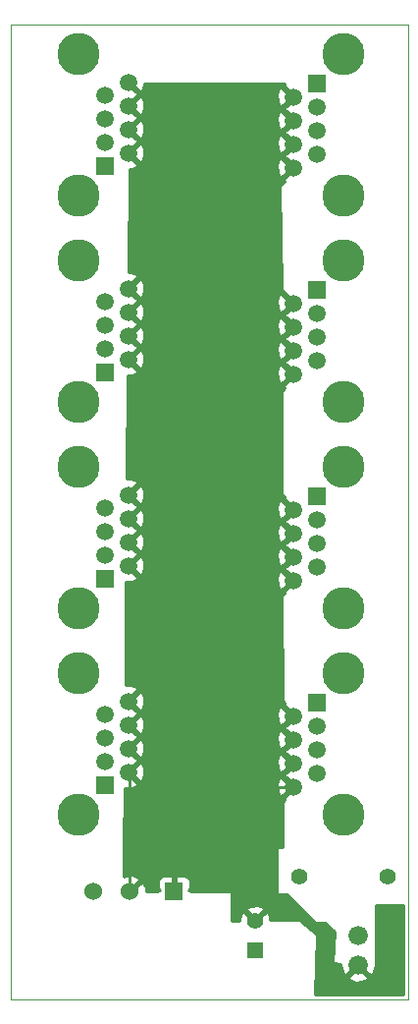
<source format=gtl>
G04 (created by PCBNEW (22-Jun-2014 BZR 4027)-stable) date Cts 25 Nis 2020 13:20:02 +03*
%MOIN*%
G04 Gerber Fmt 3.4, Leading zero omitted, Abs format*
%FSLAX34Y34*%
G01*
G70*
G90*
G04 APERTURE LIST*
%ADD10C,0.00590551*%
%ADD11C,0.00393701*%
%ADD12C,0.1437*%
%ADD13R,0.0591X0.0591*%
%ADD14C,0.0591*%
%ADD15C,0.055*%
%ADD16R,0.06X0.06*%
%ADD17C,0.06*%
%ADD18C,0.066*%
%ADD19R,0.055X0.055*%
%ADD20C,0.01*%
G04 APERTURE END LIST*
G54D10*
G54D11*
X8700Y-6600D02*
X8750Y-6600D01*
X8700Y-39650D02*
X8700Y-6600D01*
X22200Y-39650D02*
X8700Y-39650D01*
X22200Y-6600D02*
X22200Y-39650D01*
X8750Y-6600D02*
X22200Y-6600D01*
G54D12*
X11000Y-12400D03*
X11000Y-7600D03*
G54D13*
X11900Y-11400D03*
G54D14*
X12700Y-10950D03*
X11900Y-10600D03*
X12700Y-10150D03*
X11900Y-9800D03*
X12700Y-9350D03*
X11900Y-9000D03*
X12700Y-8550D03*
G54D12*
X11000Y-19400D03*
X11000Y-14600D03*
G54D13*
X11900Y-18400D03*
G54D14*
X12700Y-17950D03*
X11900Y-17600D03*
X12700Y-17150D03*
X11900Y-16800D03*
X12700Y-16350D03*
X11900Y-16000D03*
X12700Y-15550D03*
G54D12*
X11000Y-26400D03*
X11000Y-21600D03*
G54D13*
X11900Y-25400D03*
G54D14*
X12700Y-24950D03*
X11900Y-24600D03*
X12700Y-24150D03*
X11900Y-23800D03*
X12700Y-23350D03*
X11900Y-23000D03*
X12700Y-22550D03*
G54D12*
X11000Y-33400D03*
X11000Y-28600D03*
G54D13*
X11900Y-32400D03*
G54D14*
X12700Y-31950D03*
X11900Y-31600D03*
X12700Y-31150D03*
X11900Y-30800D03*
X12700Y-30350D03*
X11900Y-30000D03*
X12700Y-29550D03*
G54D12*
X20000Y-7600D03*
X20000Y-12400D03*
G54D13*
X19100Y-8600D03*
G54D14*
X18300Y-9050D03*
X19100Y-9400D03*
X18300Y-9850D03*
X19100Y-10200D03*
X18300Y-10650D03*
X19100Y-11000D03*
X18300Y-11450D03*
G54D12*
X20000Y-14600D03*
X20000Y-19400D03*
G54D13*
X19100Y-15600D03*
G54D14*
X18300Y-16050D03*
X19100Y-16400D03*
X18300Y-16850D03*
X19100Y-17200D03*
X18300Y-17650D03*
X19100Y-18000D03*
X18300Y-18450D03*
G54D12*
X20000Y-21600D03*
X20000Y-26400D03*
G54D13*
X19100Y-22600D03*
G54D14*
X18300Y-23050D03*
X19100Y-23400D03*
X18300Y-23850D03*
X19100Y-24200D03*
X18300Y-24650D03*
X19100Y-25000D03*
X18300Y-25450D03*
G54D12*
X20000Y-28600D03*
X20000Y-33400D03*
G54D13*
X19100Y-29600D03*
G54D14*
X18300Y-30050D03*
X19100Y-30400D03*
X18300Y-30850D03*
X19100Y-31200D03*
X18300Y-31650D03*
X19100Y-32000D03*
X18300Y-32450D03*
G54D15*
X18500Y-35500D03*
X21500Y-35500D03*
G54D16*
X14250Y-36000D03*
G54D17*
X12750Y-36000D03*
X11500Y-36000D03*
G54D18*
X20500Y-37500D03*
X20500Y-38500D03*
G54D19*
X17000Y-38000D03*
G54D15*
X17000Y-37000D03*
G54D20*
X14250Y-36000D02*
X14250Y-33900D01*
X15700Y-32450D02*
X18300Y-32450D01*
X14250Y-33900D02*
X15700Y-32450D01*
X12750Y-36000D02*
X12750Y-32000D01*
X12750Y-32000D02*
X12700Y-31950D01*
G54D10*
G36*
X22050Y-39500D02*
X20836Y-39500D01*
X20836Y-38907D01*
X20500Y-38570D01*
X20163Y-38907D01*
X20194Y-39006D01*
X20411Y-39084D01*
X20641Y-39074D01*
X20805Y-39006D01*
X20836Y-38907D01*
X20836Y-39500D01*
X19051Y-39500D01*
X19100Y-37478D01*
X18518Y-36949D01*
X17524Y-36970D01*
X17518Y-36867D01*
X17460Y-36727D01*
X17367Y-36702D01*
X17297Y-36773D01*
X17297Y-36632D01*
X17272Y-36539D01*
X17075Y-36470D01*
X16867Y-36481D01*
X16727Y-36539D01*
X16702Y-36632D01*
X17000Y-36929D01*
X17297Y-36632D01*
X17297Y-36773D01*
X17090Y-36979D01*
X16913Y-36983D01*
X16632Y-36702D01*
X16539Y-36727D01*
X16470Y-36924D01*
X16473Y-36993D01*
X16200Y-36998D01*
X16200Y-36000D01*
X14800Y-36000D01*
X14800Y-36000D01*
X14800Y-35949D01*
X14737Y-35949D01*
X14800Y-35887D01*
X14800Y-35749D01*
X14799Y-35650D01*
X14761Y-35558D01*
X14691Y-35487D01*
X14599Y-35449D01*
X14362Y-35450D01*
X14300Y-35512D01*
X14300Y-35950D01*
X14307Y-35950D01*
X14307Y-36000D01*
X14200Y-36000D01*
X14192Y-36000D01*
X14192Y-35950D01*
X14200Y-35950D01*
X14200Y-35512D01*
X14137Y-35450D01*
X13900Y-35449D01*
X13808Y-35487D01*
X13738Y-35558D01*
X13700Y-35650D01*
X13699Y-35749D01*
X13700Y-35887D01*
X13762Y-35949D01*
X13700Y-35949D01*
X13700Y-36000D01*
X13300Y-36000D01*
X13293Y-35863D01*
X13250Y-35758D01*
X13250Y-32030D01*
X13250Y-31230D01*
X13250Y-30430D01*
X13250Y-29630D01*
X13250Y-25030D01*
X13250Y-24230D01*
X13250Y-23430D01*
X13250Y-22630D01*
X13250Y-18030D01*
X13250Y-17230D01*
X13250Y-16430D01*
X13250Y-15630D01*
X13250Y-11030D01*
X13250Y-10230D01*
X13250Y-9430D01*
X13239Y-9213D01*
X13177Y-9064D01*
X13082Y-9038D01*
X12770Y-9350D01*
X13082Y-9661D01*
X13177Y-9635D01*
X13250Y-9430D01*
X13250Y-10230D01*
X13239Y-10013D01*
X13177Y-9864D01*
X13082Y-9838D01*
X12770Y-10150D01*
X13082Y-10461D01*
X13177Y-10435D01*
X13250Y-10230D01*
X13250Y-11030D01*
X13239Y-10813D01*
X13177Y-10664D01*
X13082Y-10638D01*
X12770Y-10950D01*
X13082Y-11261D01*
X13177Y-11235D01*
X13250Y-11030D01*
X13250Y-15630D01*
X13239Y-15413D01*
X13177Y-15264D01*
X13082Y-15238D01*
X12770Y-15550D01*
X13082Y-15861D01*
X13177Y-15835D01*
X13250Y-15630D01*
X13250Y-16430D01*
X13239Y-16213D01*
X13177Y-16064D01*
X13082Y-16038D01*
X12770Y-16350D01*
X13082Y-16661D01*
X13177Y-16635D01*
X13250Y-16430D01*
X13250Y-17230D01*
X13239Y-17013D01*
X13177Y-16864D01*
X13082Y-16838D01*
X12770Y-17150D01*
X13082Y-17461D01*
X13177Y-17435D01*
X13250Y-17230D01*
X13250Y-18030D01*
X13239Y-17813D01*
X13177Y-17664D01*
X13082Y-17638D01*
X12770Y-17950D01*
X13082Y-18261D01*
X13177Y-18235D01*
X13250Y-18030D01*
X13250Y-22630D01*
X13239Y-22413D01*
X13177Y-22264D01*
X13082Y-22238D01*
X12770Y-22550D01*
X13082Y-22861D01*
X13177Y-22835D01*
X13250Y-22630D01*
X13250Y-23430D01*
X13239Y-23213D01*
X13177Y-23064D01*
X13082Y-23038D01*
X12770Y-23350D01*
X13082Y-23661D01*
X13177Y-23635D01*
X13250Y-23430D01*
X13250Y-24230D01*
X13239Y-24013D01*
X13177Y-23864D01*
X13082Y-23838D01*
X12770Y-24150D01*
X13082Y-24461D01*
X13177Y-24435D01*
X13250Y-24230D01*
X13250Y-25030D01*
X13239Y-24813D01*
X13177Y-24664D01*
X13082Y-24638D01*
X12770Y-24950D01*
X13082Y-25261D01*
X13177Y-25235D01*
X13250Y-25030D01*
X13250Y-29630D01*
X13239Y-29413D01*
X13177Y-29264D01*
X13082Y-29238D01*
X12770Y-29550D01*
X13082Y-29861D01*
X13177Y-29835D01*
X13250Y-29630D01*
X13250Y-30430D01*
X13239Y-30213D01*
X13177Y-30064D01*
X13082Y-30038D01*
X12770Y-30350D01*
X13082Y-30661D01*
X13177Y-30635D01*
X13250Y-30430D01*
X13250Y-31230D01*
X13239Y-31013D01*
X13177Y-30864D01*
X13082Y-30838D01*
X12770Y-31150D01*
X13082Y-31461D01*
X13177Y-31435D01*
X13250Y-31230D01*
X13250Y-32030D01*
X13239Y-31813D01*
X13177Y-31664D01*
X13082Y-31638D01*
X12770Y-31950D01*
X13082Y-32261D01*
X13177Y-32235D01*
X13250Y-32030D01*
X13250Y-35758D01*
X13231Y-35712D01*
X13135Y-35684D01*
X12820Y-36000D01*
X12679Y-36000D01*
X12673Y-35994D01*
X12744Y-35923D01*
X12750Y-35929D01*
X13065Y-35614D01*
X13037Y-35518D01*
X12831Y-35445D01*
X12613Y-35456D01*
X12550Y-35482D01*
X12550Y-34500D01*
X12565Y-32481D01*
X12619Y-32500D01*
X12836Y-32489D01*
X12985Y-32427D01*
X13011Y-32332D01*
X12700Y-32020D01*
X12694Y-32026D01*
X12623Y-31955D01*
X12629Y-31950D01*
X12623Y-31944D01*
X12694Y-31873D01*
X12700Y-31879D01*
X12928Y-31651D01*
X12985Y-31627D01*
X12998Y-31581D01*
X13011Y-31567D01*
X13007Y-31550D01*
X13011Y-31532D01*
X12998Y-31518D01*
X12985Y-31472D01*
X12933Y-31454D01*
X12700Y-31220D01*
X12694Y-31226D01*
X12623Y-31155D01*
X12629Y-31150D01*
X12623Y-31144D01*
X12694Y-31073D01*
X12700Y-31079D01*
X12928Y-30851D01*
X12985Y-30827D01*
X12998Y-30781D01*
X13011Y-30767D01*
X13007Y-30750D01*
X13011Y-30732D01*
X12998Y-30718D01*
X12985Y-30672D01*
X12933Y-30654D01*
X12700Y-30420D01*
X12694Y-30426D01*
X12623Y-30355D01*
X12629Y-30350D01*
X12623Y-30344D01*
X12694Y-30273D01*
X12700Y-30279D01*
X12928Y-30051D01*
X12985Y-30027D01*
X12998Y-29981D01*
X13011Y-29967D01*
X13007Y-29950D01*
X13011Y-29932D01*
X12998Y-29918D01*
X12985Y-29872D01*
X12933Y-29854D01*
X12700Y-29620D01*
X12694Y-29626D01*
X12623Y-29555D01*
X12629Y-29550D01*
X12623Y-29544D01*
X12694Y-29473D01*
X12700Y-29479D01*
X13011Y-29167D01*
X12985Y-29072D01*
X12780Y-28999D01*
X12592Y-29009D01*
X12619Y-25500D01*
X12836Y-25489D01*
X12985Y-25427D01*
X13011Y-25332D01*
X12700Y-25020D01*
X12694Y-25026D01*
X12623Y-24955D01*
X12629Y-24950D01*
X12623Y-24944D01*
X12694Y-24873D01*
X12700Y-24879D01*
X12928Y-24651D01*
X12985Y-24627D01*
X12998Y-24581D01*
X13011Y-24567D01*
X13007Y-24550D01*
X13011Y-24532D01*
X12998Y-24518D01*
X12985Y-24472D01*
X12933Y-24454D01*
X12700Y-24220D01*
X12694Y-24226D01*
X12629Y-24161D01*
X12629Y-24138D01*
X12694Y-24073D01*
X12700Y-24079D01*
X12928Y-23851D01*
X12985Y-23827D01*
X12998Y-23781D01*
X13011Y-23767D01*
X13007Y-23750D01*
X13011Y-23732D01*
X12998Y-23718D01*
X12985Y-23672D01*
X12933Y-23654D01*
X12700Y-23420D01*
X12694Y-23426D01*
X12635Y-23367D01*
X12636Y-23332D01*
X12694Y-23273D01*
X12700Y-23279D01*
X12928Y-23051D01*
X12985Y-23027D01*
X12998Y-22981D01*
X13011Y-22967D01*
X13007Y-22950D01*
X13011Y-22932D01*
X12998Y-22918D01*
X12985Y-22872D01*
X12933Y-22854D01*
X12700Y-22620D01*
X12694Y-22626D01*
X12641Y-22573D01*
X12642Y-22525D01*
X12694Y-22473D01*
X12700Y-22479D01*
X13011Y-22167D01*
X12985Y-22072D01*
X12780Y-21999D01*
X12646Y-22006D01*
X12673Y-18497D01*
X12836Y-18489D01*
X12985Y-18427D01*
X13011Y-18332D01*
X12700Y-18020D01*
X12694Y-18026D01*
X12677Y-18008D01*
X12678Y-17890D01*
X12694Y-17873D01*
X12700Y-17879D01*
X12928Y-17651D01*
X12985Y-17627D01*
X12998Y-17581D01*
X13011Y-17567D01*
X13007Y-17550D01*
X13011Y-17532D01*
X12998Y-17518D01*
X12985Y-17472D01*
X12933Y-17454D01*
X12700Y-17220D01*
X12694Y-17226D01*
X12683Y-17215D01*
X12684Y-17083D01*
X12694Y-17073D01*
X12700Y-17079D01*
X12928Y-16851D01*
X12985Y-16827D01*
X12998Y-16781D01*
X13011Y-16767D01*
X13007Y-16750D01*
X13011Y-16732D01*
X12998Y-16718D01*
X12985Y-16672D01*
X12933Y-16654D01*
X12700Y-16420D01*
X12694Y-16426D01*
X12689Y-16421D01*
X12690Y-16277D01*
X12694Y-16273D01*
X12700Y-16279D01*
X12928Y-16051D01*
X12985Y-16027D01*
X12998Y-15981D01*
X13011Y-15967D01*
X13007Y-15950D01*
X13011Y-15932D01*
X12998Y-15918D01*
X12985Y-15872D01*
X12933Y-15854D01*
X12700Y-15620D01*
X12695Y-15625D01*
X12696Y-15475D01*
X12700Y-15479D01*
X13011Y-15167D01*
X12985Y-15072D01*
X12780Y-14999D01*
X12700Y-15003D01*
X12727Y-11494D01*
X12836Y-11489D01*
X12985Y-11427D01*
X13011Y-11332D01*
X12730Y-11051D01*
X12732Y-10846D01*
X12928Y-10651D01*
X12985Y-10627D01*
X12998Y-10581D01*
X13011Y-10567D01*
X13007Y-10550D01*
X13011Y-10532D01*
X12998Y-10518D01*
X12985Y-10472D01*
X12933Y-10454D01*
X12736Y-10257D01*
X12738Y-10040D01*
X12928Y-9851D01*
X12985Y-9827D01*
X12998Y-9781D01*
X13011Y-9767D01*
X13007Y-9750D01*
X13011Y-9732D01*
X12998Y-9718D01*
X12985Y-9672D01*
X12933Y-9654D01*
X12742Y-9463D01*
X12744Y-9234D01*
X12928Y-9051D01*
X12985Y-9027D01*
X12998Y-8981D01*
X13011Y-8967D01*
X13007Y-8950D01*
X13011Y-8932D01*
X12998Y-8918D01*
X12985Y-8872D01*
X12933Y-8854D01*
X12749Y-8669D01*
X12749Y-8600D01*
X12820Y-8600D01*
X13082Y-8861D01*
X13177Y-8835D01*
X13250Y-8630D01*
X13248Y-8600D01*
X18007Y-8600D01*
X17988Y-8667D01*
X18300Y-8979D01*
X18305Y-8973D01*
X18370Y-9061D01*
X18305Y-9126D01*
X18300Y-9120D01*
X18229Y-9191D01*
X18229Y-9050D01*
X17917Y-8738D01*
X17822Y-8764D01*
X17749Y-8969D01*
X17760Y-9186D01*
X17822Y-9335D01*
X17917Y-9361D01*
X18229Y-9050D01*
X18229Y-9191D01*
X18071Y-9348D01*
X18014Y-9372D01*
X18001Y-9418D01*
X17988Y-9432D01*
X17992Y-9450D01*
X17988Y-9467D01*
X18001Y-9481D01*
X18014Y-9527D01*
X18066Y-9545D01*
X18300Y-9779D01*
X18305Y-9773D01*
X18376Y-9844D01*
X18370Y-9850D01*
X18376Y-9855D01*
X18305Y-9926D01*
X18300Y-9920D01*
X18229Y-9991D01*
X18229Y-9850D01*
X17917Y-9538D01*
X17822Y-9564D01*
X17749Y-9769D01*
X17760Y-9986D01*
X17822Y-10135D01*
X17917Y-10161D01*
X18229Y-9850D01*
X18229Y-9991D01*
X18071Y-10148D01*
X18014Y-10172D01*
X18001Y-10218D01*
X17988Y-10232D01*
X17992Y-10250D01*
X17988Y-10267D01*
X18001Y-10281D01*
X18014Y-10327D01*
X18066Y-10345D01*
X18300Y-10579D01*
X18305Y-10573D01*
X18376Y-10644D01*
X18370Y-10650D01*
X18376Y-10655D01*
X18305Y-10726D01*
X18300Y-10720D01*
X18229Y-10791D01*
X18229Y-10650D01*
X17917Y-10338D01*
X17822Y-10364D01*
X17749Y-10569D01*
X17760Y-10786D01*
X17822Y-10935D01*
X17917Y-10961D01*
X18229Y-10650D01*
X18229Y-10791D01*
X18071Y-10948D01*
X18014Y-10972D01*
X18001Y-11018D01*
X17988Y-11032D01*
X17992Y-11050D01*
X17988Y-11067D01*
X18001Y-11081D01*
X18014Y-11127D01*
X18066Y-11145D01*
X18300Y-11379D01*
X18305Y-11373D01*
X18376Y-11444D01*
X18370Y-11450D01*
X18376Y-11455D01*
X18305Y-11526D01*
X18300Y-11520D01*
X18229Y-11591D01*
X18229Y-11450D01*
X17917Y-11138D01*
X17822Y-11164D01*
X17749Y-11369D01*
X17760Y-11586D01*
X17822Y-11735D01*
X17917Y-11761D01*
X18229Y-11450D01*
X18229Y-11591D01*
X17988Y-11832D01*
X18011Y-11917D01*
X17849Y-12079D01*
X17900Y-15572D01*
X17991Y-15655D01*
X17988Y-15667D01*
X18300Y-15979D01*
X18305Y-15973D01*
X18376Y-16044D01*
X18370Y-16050D01*
X18376Y-16055D01*
X18305Y-16126D01*
X18300Y-16120D01*
X18229Y-16191D01*
X18229Y-16050D01*
X17917Y-15738D01*
X17822Y-15764D01*
X17749Y-15969D01*
X17760Y-16186D01*
X17822Y-16335D01*
X17917Y-16361D01*
X18229Y-16050D01*
X18229Y-16191D01*
X18071Y-16348D01*
X18014Y-16372D01*
X18001Y-16418D01*
X17988Y-16432D01*
X17992Y-16450D01*
X17988Y-16467D01*
X18001Y-16481D01*
X18014Y-16527D01*
X18066Y-16545D01*
X18300Y-16779D01*
X18305Y-16773D01*
X18376Y-16844D01*
X18370Y-16850D01*
X18376Y-16855D01*
X18305Y-16926D01*
X18300Y-16920D01*
X18229Y-16991D01*
X18229Y-16850D01*
X17917Y-16538D01*
X17822Y-16564D01*
X17749Y-16769D01*
X17760Y-16986D01*
X17822Y-17135D01*
X17917Y-17161D01*
X18229Y-16850D01*
X18229Y-16991D01*
X18071Y-17148D01*
X18014Y-17172D01*
X18001Y-17218D01*
X17988Y-17232D01*
X17992Y-17250D01*
X17988Y-17267D01*
X18001Y-17281D01*
X18014Y-17327D01*
X18066Y-17345D01*
X18300Y-17579D01*
X18305Y-17573D01*
X18376Y-17644D01*
X18370Y-17650D01*
X18376Y-17655D01*
X18305Y-17726D01*
X18300Y-17720D01*
X18229Y-17791D01*
X18229Y-17650D01*
X17917Y-17338D01*
X17822Y-17364D01*
X17749Y-17569D01*
X17760Y-17786D01*
X17822Y-17935D01*
X17917Y-17961D01*
X18229Y-17650D01*
X18229Y-17791D01*
X18071Y-17948D01*
X18014Y-17972D01*
X18001Y-18018D01*
X17988Y-18032D01*
X17992Y-18050D01*
X17988Y-18067D01*
X18001Y-18081D01*
X18014Y-18127D01*
X18066Y-18145D01*
X18300Y-18379D01*
X18305Y-18373D01*
X18376Y-18444D01*
X18370Y-18450D01*
X18376Y-18455D01*
X18305Y-18526D01*
X18300Y-18520D01*
X18229Y-18591D01*
X18229Y-18450D01*
X17917Y-18138D01*
X17822Y-18164D01*
X17749Y-18369D01*
X17760Y-18586D01*
X17822Y-18735D01*
X17917Y-18761D01*
X18229Y-18450D01*
X18229Y-18591D01*
X17988Y-18832D01*
X18014Y-18925D01*
X17900Y-19027D01*
X17900Y-22523D01*
X18004Y-22609D01*
X17988Y-22667D01*
X18300Y-22979D01*
X18305Y-22973D01*
X18376Y-23044D01*
X18370Y-23050D01*
X18376Y-23055D01*
X18305Y-23126D01*
X18300Y-23120D01*
X18229Y-23191D01*
X18229Y-23050D01*
X17917Y-22738D01*
X17822Y-22764D01*
X17749Y-22969D01*
X17760Y-23186D01*
X17822Y-23335D01*
X17917Y-23361D01*
X18229Y-23050D01*
X18229Y-23191D01*
X18071Y-23348D01*
X18014Y-23372D01*
X18001Y-23418D01*
X17988Y-23432D01*
X17992Y-23450D01*
X17988Y-23467D01*
X18001Y-23481D01*
X18014Y-23527D01*
X18066Y-23545D01*
X18300Y-23779D01*
X18305Y-23773D01*
X18376Y-23844D01*
X18370Y-23850D01*
X18376Y-23855D01*
X18305Y-23926D01*
X18300Y-23920D01*
X18229Y-23991D01*
X18229Y-23850D01*
X17917Y-23538D01*
X17822Y-23564D01*
X17749Y-23769D01*
X17760Y-23986D01*
X17822Y-24135D01*
X17917Y-24161D01*
X18229Y-23850D01*
X18229Y-23991D01*
X18071Y-24148D01*
X18014Y-24172D01*
X18001Y-24218D01*
X17988Y-24232D01*
X17992Y-24250D01*
X17988Y-24267D01*
X18001Y-24281D01*
X18014Y-24327D01*
X18066Y-24345D01*
X18300Y-24579D01*
X18305Y-24573D01*
X18376Y-24644D01*
X18370Y-24650D01*
X18376Y-24655D01*
X18305Y-24726D01*
X18300Y-24720D01*
X18229Y-24791D01*
X18229Y-24650D01*
X17917Y-24338D01*
X17822Y-24364D01*
X17749Y-24569D01*
X17760Y-24786D01*
X17822Y-24935D01*
X17917Y-24961D01*
X18229Y-24650D01*
X18229Y-24791D01*
X18071Y-24948D01*
X18014Y-24972D01*
X18001Y-25018D01*
X17988Y-25032D01*
X17992Y-25050D01*
X17988Y-25067D01*
X18001Y-25081D01*
X18014Y-25127D01*
X18066Y-25145D01*
X18300Y-25379D01*
X18305Y-25373D01*
X18376Y-25444D01*
X18370Y-25450D01*
X18376Y-25455D01*
X18305Y-25526D01*
X18300Y-25520D01*
X18229Y-25591D01*
X18229Y-25450D01*
X17917Y-25138D01*
X17822Y-25164D01*
X17749Y-25369D01*
X17760Y-25586D01*
X17822Y-25735D01*
X17917Y-25761D01*
X18229Y-25450D01*
X18229Y-25591D01*
X17988Y-25832D01*
X18004Y-25890D01*
X17899Y-25976D01*
X17950Y-29521D01*
X18011Y-29582D01*
X17988Y-29667D01*
X18300Y-29979D01*
X18305Y-29973D01*
X18376Y-30044D01*
X18370Y-30050D01*
X18376Y-30055D01*
X18305Y-30126D01*
X18300Y-30120D01*
X18229Y-30191D01*
X18229Y-30050D01*
X17917Y-29738D01*
X17822Y-29764D01*
X17749Y-29969D01*
X17760Y-30186D01*
X17822Y-30335D01*
X17917Y-30361D01*
X18229Y-30050D01*
X18229Y-30191D01*
X18071Y-30348D01*
X18014Y-30372D01*
X18001Y-30418D01*
X17988Y-30432D01*
X17992Y-30450D01*
X17988Y-30467D01*
X18001Y-30481D01*
X18014Y-30527D01*
X18066Y-30545D01*
X18300Y-30779D01*
X18305Y-30773D01*
X18376Y-30844D01*
X18370Y-30850D01*
X18376Y-30855D01*
X18305Y-30926D01*
X18300Y-30920D01*
X18229Y-30991D01*
X18229Y-30850D01*
X17917Y-30538D01*
X17822Y-30564D01*
X17749Y-30769D01*
X17760Y-30986D01*
X17822Y-31135D01*
X17917Y-31161D01*
X18229Y-30850D01*
X18229Y-30991D01*
X18071Y-31148D01*
X18014Y-31172D01*
X18001Y-31218D01*
X17988Y-31232D01*
X17992Y-31250D01*
X17988Y-31267D01*
X18001Y-31281D01*
X18014Y-31327D01*
X18066Y-31345D01*
X18300Y-31579D01*
X18305Y-31573D01*
X18376Y-31644D01*
X18370Y-31650D01*
X18376Y-31655D01*
X18305Y-31726D01*
X18300Y-31720D01*
X18229Y-31791D01*
X18229Y-31650D01*
X17917Y-31338D01*
X17822Y-31364D01*
X17749Y-31569D01*
X17760Y-31786D01*
X17822Y-31935D01*
X17917Y-31961D01*
X18229Y-31650D01*
X18229Y-31791D01*
X18071Y-31948D01*
X18014Y-31972D01*
X18001Y-32018D01*
X17988Y-32032D01*
X17992Y-32050D01*
X17988Y-32067D01*
X18001Y-32081D01*
X18014Y-32127D01*
X18066Y-32145D01*
X18300Y-32379D01*
X18305Y-32373D01*
X18376Y-32444D01*
X18370Y-32450D01*
X18376Y-32455D01*
X18305Y-32526D01*
X18300Y-32520D01*
X18229Y-32591D01*
X18229Y-32450D01*
X17917Y-32138D01*
X17822Y-32164D01*
X17749Y-32369D01*
X17760Y-32586D01*
X17822Y-32735D01*
X17917Y-32761D01*
X18229Y-32450D01*
X18229Y-32591D01*
X17988Y-32832D01*
X18010Y-32913D01*
X17950Y-32980D01*
X17950Y-34499D01*
X17750Y-34497D01*
X17750Y-36100D01*
X18079Y-36100D01*
X19029Y-37050D01*
X19379Y-37050D01*
X19699Y-37369D01*
X19647Y-38446D01*
X19917Y-38466D01*
X19925Y-38641D01*
X19993Y-38805D01*
X20092Y-38836D01*
X20425Y-38503D01*
X20586Y-38515D01*
X20907Y-38836D01*
X21006Y-38805D01*
X21084Y-38588D01*
X21082Y-38552D01*
X21100Y-38553D01*
X21100Y-36450D01*
X22050Y-36450D01*
X22050Y-39500D01*
X22050Y-39500D01*
G37*
G54D20*
X22050Y-39500D02*
X20836Y-39500D01*
X20836Y-38907D01*
X20500Y-38570D01*
X20163Y-38907D01*
X20194Y-39006D01*
X20411Y-39084D01*
X20641Y-39074D01*
X20805Y-39006D01*
X20836Y-38907D01*
X20836Y-39500D01*
X19051Y-39500D01*
X19100Y-37478D01*
X18518Y-36949D01*
X17524Y-36970D01*
X17518Y-36867D01*
X17460Y-36727D01*
X17367Y-36702D01*
X17297Y-36773D01*
X17297Y-36632D01*
X17272Y-36539D01*
X17075Y-36470D01*
X16867Y-36481D01*
X16727Y-36539D01*
X16702Y-36632D01*
X17000Y-36929D01*
X17297Y-36632D01*
X17297Y-36773D01*
X17090Y-36979D01*
X16913Y-36983D01*
X16632Y-36702D01*
X16539Y-36727D01*
X16470Y-36924D01*
X16473Y-36993D01*
X16200Y-36998D01*
X16200Y-36000D01*
X14800Y-36000D01*
X14800Y-36000D01*
X14800Y-35949D01*
X14737Y-35949D01*
X14800Y-35887D01*
X14800Y-35749D01*
X14799Y-35650D01*
X14761Y-35558D01*
X14691Y-35487D01*
X14599Y-35449D01*
X14362Y-35450D01*
X14300Y-35512D01*
X14300Y-35950D01*
X14307Y-35950D01*
X14307Y-36000D01*
X14200Y-36000D01*
X14192Y-36000D01*
X14192Y-35950D01*
X14200Y-35950D01*
X14200Y-35512D01*
X14137Y-35450D01*
X13900Y-35449D01*
X13808Y-35487D01*
X13738Y-35558D01*
X13700Y-35650D01*
X13699Y-35749D01*
X13700Y-35887D01*
X13762Y-35949D01*
X13700Y-35949D01*
X13700Y-36000D01*
X13300Y-36000D01*
X13293Y-35863D01*
X13250Y-35758D01*
X13250Y-32030D01*
X13250Y-31230D01*
X13250Y-30430D01*
X13250Y-29630D01*
X13250Y-25030D01*
X13250Y-24230D01*
X13250Y-23430D01*
X13250Y-22630D01*
X13250Y-18030D01*
X13250Y-17230D01*
X13250Y-16430D01*
X13250Y-15630D01*
X13250Y-11030D01*
X13250Y-10230D01*
X13250Y-9430D01*
X13239Y-9213D01*
X13177Y-9064D01*
X13082Y-9038D01*
X12770Y-9350D01*
X13082Y-9661D01*
X13177Y-9635D01*
X13250Y-9430D01*
X13250Y-10230D01*
X13239Y-10013D01*
X13177Y-9864D01*
X13082Y-9838D01*
X12770Y-10150D01*
X13082Y-10461D01*
X13177Y-10435D01*
X13250Y-10230D01*
X13250Y-11030D01*
X13239Y-10813D01*
X13177Y-10664D01*
X13082Y-10638D01*
X12770Y-10950D01*
X13082Y-11261D01*
X13177Y-11235D01*
X13250Y-11030D01*
X13250Y-15630D01*
X13239Y-15413D01*
X13177Y-15264D01*
X13082Y-15238D01*
X12770Y-15550D01*
X13082Y-15861D01*
X13177Y-15835D01*
X13250Y-15630D01*
X13250Y-16430D01*
X13239Y-16213D01*
X13177Y-16064D01*
X13082Y-16038D01*
X12770Y-16350D01*
X13082Y-16661D01*
X13177Y-16635D01*
X13250Y-16430D01*
X13250Y-17230D01*
X13239Y-17013D01*
X13177Y-16864D01*
X13082Y-16838D01*
X12770Y-17150D01*
X13082Y-17461D01*
X13177Y-17435D01*
X13250Y-17230D01*
X13250Y-18030D01*
X13239Y-17813D01*
X13177Y-17664D01*
X13082Y-17638D01*
X12770Y-17950D01*
X13082Y-18261D01*
X13177Y-18235D01*
X13250Y-18030D01*
X13250Y-22630D01*
X13239Y-22413D01*
X13177Y-22264D01*
X13082Y-22238D01*
X12770Y-22550D01*
X13082Y-22861D01*
X13177Y-22835D01*
X13250Y-22630D01*
X13250Y-23430D01*
X13239Y-23213D01*
X13177Y-23064D01*
X13082Y-23038D01*
X12770Y-23350D01*
X13082Y-23661D01*
X13177Y-23635D01*
X13250Y-23430D01*
X13250Y-24230D01*
X13239Y-24013D01*
X13177Y-23864D01*
X13082Y-23838D01*
X12770Y-24150D01*
X13082Y-24461D01*
X13177Y-24435D01*
X13250Y-24230D01*
X13250Y-25030D01*
X13239Y-24813D01*
X13177Y-24664D01*
X13082Y-24638D01*
X12770Y-24950D01*
X13082Y-25261D01*
X13177Y-25235D01*
X13250Y-25030D01*
X13250Y-29630D01*
X13239Y-29413D01*
X13177Y-29264D01*
X13082Y-29238D01*
X12770Y-29550D01*
X13082Y-29861D01*
X13177Y-29835D01*
X13250Y-29630D01*
X13250Y-30430D01*
X13239Y-30213D01*
X13177Y-30064D01*
X13082Y-30038D01*
X12770Y-30350D01*
X13082Y-30661D01*
X13177Y-30635D01*
X13250Y-30430D01*
X13250Y-31230D01*
X13239Y-31013D01*
X13177Y-30864D01*
X13082Y-30838D01*
X12770Y-31150D01*
X13082Y-31461D01*
X13177Y-31435D01*
X13250Y-31230D01*
X13250Y-32030D01*
X13239Y-31813D01*
X13177Y-31664D01*
X13082Y-31638D01*
X12770Y-31950D01*
X13082Y-32261D01*
X13177Y-32235D01*
X13250Y-32030D01*
X13250Y-35758D01*
X13231Y-35712D01*
X13135Y-35684D01*
X12820Y-36000D01*
X12679Y-36000D01*
X12673Y-35994D01*
X12744Y-35923D01*
X12750Y-35929D01*
X13065Y-35614D01*
X13037Y-35518D01*
X12831Y-35445D01*
X12613Y-35456D01*
X12550Y-35482D01*
X12550Y-34500D01*
X12565Y-32481D01*
X12619Y-32500D01*
X12836Y-32489D01*
X12985Y-32427D01*
X13011Y-32332D01*
X12700Y-32020D01*
X12694Y-32026D01*
X12623Y-31955D01*
X12629Y-31950D01*
X12623Y-31944D01*
X12694Y-31873D01*
X12700Y-31879D01*
X12928Y-31651D01*
X12985Y-31627D01*
X12998Y-31581D01*
X13011Y-31567D01*
X13007Y-31550D01*
X13011Y-31532D01*
X12998Y-31518D01*
X12985Y-31472D01*
X12933Y-31454D01*
X12700Y-31220D01*
X12694Y-31226D01*
X12623Y-31155D01*
X12629Y-31150D01*
X12623Y-31144D01*
X12694Y-31073D01*
X12700Y-31079D01*
X12928Y-30851D01*
X12985Y-30827D01*
X12998Y-30781D01*
X13011Y-30767D01*
X13007Y-30750D01*
X13011Y-30732D01*
X12998Y-30718D01*
X12985Y-30672D01*
X12933Y-30654D01*
X12700Y-30420D01*
X12694Y-30426D01*
X12623Y-30355D01*
X12629Y-30350D01*
X12623Y-30344D01*
X12694Y-30273D01*
X12700Y-30279D01*
X12928Y-30051D01*
X12985Y-30027D01*
X12998Y-29981D01*
X13011Y-29967D01*
X13007Y-29950D01*
X13011Y-29932D01*
X12998Y-29918D01*
X12985Y-29872D01*
X12933Y-29854D01*
X12700Y-29620D01*
X12694Y-29626D01*
X12623Y-29555D01*
X12629Y-29550D01*
X12623Y-29544D01*
X12694Y-29473D01*
X12700Y-29479D01*
X13011Y-29167D01*
X12985Y-29072D01*
X12780Y-28999D01*
X12592Y-29009D01*
X12619Y-25500D01*
X12836Y-25489D01*
X12985Y-25427D01*
X13011Y-25332D01*
X12700Y-25020D01*
X12694Y-25026D01*
X12623Y-24955D01*
X12629Y-24950D01*
X12623Y-24944D01*
X12694Y-24873D01*
X12700Y-24879D01*
X12928Y-24651D01*
X12985Y-24627D01*
X12998Y-24581D01*
X13011Y-24567D01*
X13007Y-24550D01*
X13011Y-24532D01*
X12998Y-24518D01*
X12985Y-24472D01*
X12933Y-24454D01*
X12700Y-24220D01*
X12694Y-24226D01*
X12629Y-24161D01*
X12629Y-24138D01*
X12694Y-24073D01*
X12700Y-24079D01*
X12928Y-23851D01*
X12985Y-23827D01*
X12998Y-23781D01*
X13011Y-23767D01*
X13007Y-23750D01*
X13011Y-23732D01*
X12998Y-23718D01*
X12985Y-23672D01*
X12933Y-23654D01*
X12700Y-23420D01*
X12694Y-23426D01*
X12635Y-23367D01*
X12636Y-23332D01*
X12694Y-23273D01*
X12700Y-23279D01*
X12928Y-23051D01*
X12985Y-23027D01*
X12998Y-22981D01*
X13011Y-22967D01*
X13007Y-22950D01*
X13011Y-22932D01*
X12998Y-22918D01*
X12985Y-22872D01*
X12933Y-22854D01*
X12700Y-22620D01*
X12694Y-22626D01*
X12641Y-22573D01*
X12642Y-22525D01*
X12694Y-22473D01*
X12700Y-22479D01*
X13011Y-22167D01*
X12985Y-22072D01*
X12780Y-21999D01*
X12646Y-22006D01*
X12673Y-18497D01*
X12836Y-18489D01*
X12985Y-18427D01*
X13011Y-18332D01*
X12700Y-18020D01*
X12694Y-18026D01*
X12677Y-18008D01*
X12678Y-17890D01*
X12694Y-17873D01*
X12700Y-17879D01*
X12928Y-17651D01*
X12985Y-17627D01*
X12998Y-17581D01*
X13011Y-17567D01*
X13007Y-17550D01*
X13011Y-17532D01*
X12998Y-17518D01*
X12985Y-17472D01*
X12933Y-17454D01*
X12700Y-17220D01*
X12694Y-17226D01*
X12683Y-17215D01*
X12684Y-17083D01*
X12694Y-17073D01*
X12700Y-17079D01*
X12928Y-16851D01*
X12985Y-16827D01*
X12998Y-16781D01*
X13011Y-16767D01*
X13007Y-16750D01*
X13011Y-16732D01*
X12998Y-16718D01*
X12985Y-16672D01*
X12933Y-16654D01*
X12700Y-16420D01*
X12694Y-16426D01*
X12689Y-16421D01*
X12690Y-16277D01*
X12694Y-16273D01*
X12700Y-16279D01*
X12928Y-16051D01*
X12985Y-16027D01*
X12998Y-15981D01*
X13011Y-15967D01*
X13007Y-15950D01*
X13011Y-15932D01*
X12998Y-15918D01*
X12985Y-15872D01*
X12933Y-15854D01*
X12700Y-15620D01*
X12695Y-15625D01*
X12696Y-15475D01*
X12700Y-15479D01*
X13011Y-15167D01*
X12985Y-15072D01*
X12780Y-14999D01*
X12700Y-15003D01*
X12727Y-11494D01*
X12836Y-11489D01*
X12985Y-11427D01*
X13011Y-11332D01*
X12730Y-11051D01*
X12732Y-10846D01*
X12928Y-10651D01*
X12985Y-10627D01*
X12998Y-10581D01*
X13011Y-10567D01*
X13007Y-10550D01*
X13011Y-10532D01*
X12998Y-10518D01*
X12985Y-10472D01*
X12933Y-10454D01*
X12736Y-10257D01*
X12738Y-10040D01*
X12928Y-9851D01*
X12985Y-9827D01*
X12998Y-9781D01*
X13011Y-9767D01*
X13007Y-9750D01*
X13011Y-9732D01*
X12998Y-9718D01*
X12985Y-9672D01*
X12933Y-9654D01*
X12742Y-9463D01*
X12744Y-9234D01*
X12928Y-9051D01*
X12985Y-9027D01*
X12998Y-8981D01*
X13011Y-8967D01*
X13007Y-8950D01*
X13011Y-8932D01*
X12998Y-8918D01*
X12985Y-8872D01*
X12933Y-8854D01*
X12749Y-8669D01*
X12749Y-8600D01*
X12820Y-8600D01*
X13082Y-8861D01*
X13177Y-8835D01*
X13250Y-8630D01*
X13248Y-8600D01*
X18007Y-8600D01*
X17988Y-8667D01*
X18300Y-8979D01*
X18305Y-8973D01*
X18370Y-9061D01*
X18305Y-9126D01*
X18300Y-9120D01*
X18229Y-9191D01*
X18229Y-9050D01*
X17917Y-8738D01*
X17822Y-8764D01*
X17749Y-8969D01*
X17760Y-9186D01*
X17822Y-9335D01*
X17917Y-9361D01*
X18229Y-9050D01*
X18229Y-9191D01*
X18071Y-9348D01*
X18014Y-9372D01*
X18001Y-9418D01*
X17988Y-9432D01*
X17992Y-9450D01*
X17988Y-9467D01*
X18001Y-9481D01*
X18014Y-9527D01*
X18066Y-9545D01*
X18300Y-9779D01*
X18305Y-9773D01*
X18376Y-9844D01*
X18370Y-9850D01*
X18376Y-9855D01*
X18305Y-9926D01*
X18300Y-9920D01*
X18229Y-9991D01*
X18229Y-9850D01*
X17917Y-9538D01*
X17822Y-9564D01*
X17749Y-9769D01*
X17760Y-9986D01*
X17822Y-10135D01*
X17917Y-10161D01*
X18229Y-9850D01*
X18229Y-9991D01*
X18071Y-10148D01*
X18014Y-10172D01*
X18001Y-10218D01*
X17988Y-10232D01*
X17992Y-10250D01*
X17988Y-10267D01*
X18001Y-10281D01*
X18014Y-10327D01*
X18066Y-10345D01*
X18300Y-10579D01*
X18305Y-10573D01*
X18376Y-10644D01*
X18370Y-10650D01*
X18376Y-10655D01*
X18305Y-10726D01*
X18300Y-10720D01*
X18229Y-10791D01*
X18229Y-10650D01*
X17917Y-10338D01*
X17822Y-10364D01*
X17749Y-10569D01*
X17760Y-10786D01*
X17822Y-10935D01*
X17917Y-10961D01*
X18229Y-10650D01*
X18229Y-10791D01*
X18071Y-10948D01*
X18014Y-10972D01*
X18001Y-11018D01*
X17988Y-11032D01*
X17992Y-11050D01*
X17988Y-11067D01*
X18001Y-11081D01*
X18014Y-11127D01*
X18066Y-11145D01*
X18300Y-11379D01*
X18305Y-11373D01*
X18376Y-11444D01*
X18370Y-11450D01*
X18376Y-11455D01*
X18305Y-11526D01*
X18300Y-11520D01*
X18229Y-11591D01*
X18229Y-11450D01*
X17917Y-11138D01*
X17822Y-11164D01*
X17749Y-11369D01*
X17760Y-11586D01*
X17822Y-11735D01*
X17917Y-11761D01*
X18229Y-11450D01*
X18229Y-11591D01*
X17988Y-11832D01*
X18011Y-11917D01*
X17849Y-12079D01*
X17900Y-15572D01*
X17991Y-15655D01*
X17988Y-15667D01*
X18300Y-15979D01*
X18305Y-15973D01*
X18376Y-16044D01*
X18370Y-16050D01*
X18376Y-16055D01*
X18305Y-16126D01*
X18300Y-16120D01*
X18229Y-16191D01*
X18229Y-16050D01*
X17917Y-15738D01*
X17822Y-15764D01*
X17749Y-15969D01*
X17760Y-16186D01*
X17822Y-16335D01*
X17917Y-16361D01*
X18229Y-16050D01*
X18229Y-16191D01*
X18071Y-16348D01*
X18014Y-16372D01*
X18001Y-16418D01*
X17988Y-16432D01*
X17992Y-16450D01*
X17988Y-16467D01*
X18001Y-16481D01*
X18014Y-16527D01*
X18066Y-16545D01*
X18300Y-16779D01*
X18305Y-16773D01*
X18376Y-16844D01*
X18370Y-16850D01*
X18376Y-16855D01*
X18305Y-16926D01*
X18300Y-16920D01*
X18229Y-16991D01*
X18229Y-16850D01*
X17917Y-16538D01*
X17822Y-16564D01*
X17749Y-16769D01*
X17760Y-16986D01*
X17822Y-17135D01*
X17917Y-17161D01*
X18229Y-16850D01*
X18229Y-16991D01*
X18071Y-17148D01*
X18014Y-17172D01*
X18001Y-17218D01*
X17988Y-17232D01*
X17992Y-17250D01*
X17988Y-17267D01*
X18001Y-17281D01*
X18014Y-17327D01*
X18066Y-17345D01*
X18300Y-17579D01*
X18305Y-17573D01*
X18376Y-17644D01*
X18370Y-17650D01*
X18376Y-17655D01*
X18305Y-17726D01*
X18300Y-17720D01*
X18229Y-17791D01*
X18229Y-17650D01*
X17917Y-17338D01*
X17822Y-17364D01*
X17749Y-17569D01*
X17760Y-17786D01*
X17822Y-17935D01*
X17917Y-17961D01*
X18229Y-17650D01*
X18229Y-17791D01*
X18071Y-17948D01*
X18014Y-17972D01*
X18001Y-18018D01*
X17988Y-18032D01*
X17992Y-18050D01*
X17988Y-18067D01*
X18001Y-18081D01*
X18014Y-18127D01*
X18066Y-18145D01*
X18300Y-18379D01*
X18305Y-18373D01*
X18376Y-18444D01*
X18370Y-18450D01*
X18376Y-18455D01*
X18305Y-18526D01*
X18300Y-18520D01*
X18229Y-18591D01*
X18229Y-18450D01*
X17917Y-18138D01*
X17822Y-18164D01*
X17749Y-18369D01*
X17760Y-18586D01*
X17822Y-18735D01*
X17917Y-18761D01*
X18229Y-18450D01*
X18229Y-18591D01*
X17988Y-18832D01*
X18014Y-18925D01*
X17900Y-19027D01*
X17900Y-22523D01*
X18004Y-22609D01*
X17988Y-22667D01*
X18300Y-22979D01*
X18305Y-22973D01*
X18376Y-23044D01*
X18370Y-23050D01*
X18376Y-23055D01*
X18305Y-23126D01*
X18300Y-23120D01*
X18229Y-23191D01*
X18229Y-23050D01*
X17917Y-22738D01*
X17822Y-22764D01*
X17749Y-22969D01*
X17760Y-23186D01*
X17822Y-23335D01*
X17917Y-23361D01*
X18229Y-23050D01*
X18229Y-23191D01*
X18071Y-23348D01*
X18014Y-23372D01*
X18001Y-23418D01*
X17988Y-23432D01*
X17992Y-23450D01*
X17988Y-23467D01*
X18001Y-23481D01*
X18014Y-23527D01*
X18066Y-23545D01*
X18300Y-23779D01*
X18305Y-23773D01*
X18376Y-23844D01*
X18370Y-23850D01*
X18376Y-23855D01*
X18305Y-23926D01*
X18300Y-23920D01*
X18229Y-23991D01*
X18229Y-23850D01*
X17917Y-23538D01*
X17822Y-23564D01*
X17749Y-23769D01*
X17760Y-23986D01*
X17822Y-24135D01*
X17917Y-24161D01*
X18229Y-23850D01*
X18229Y-23991D01*
X18071Y-24148D01*
X18014Y-24172D01*
X18001Y-24218D01*
X17988Y-24232D01*
X17992Y-24250D01*
X17988Y-24267D01*
X18001Y-24281D01*
X18014Y-24327D01*
X18066Y-24345D01*
X18300Y-24579D01*
X18305Y-24573D01*
X18376Y-24644D01*
X18370Y-24650D01*
X18376Y-24655D01*
X18305Y-24726D01*
X18300Y-24720D01*
X18229Y-24791D01*
X18229Y-24650D01*
X17917Y-24338D01*
X17822Y-24364D01*
X17749Y-24569D01*
X17760Y-24786D01*
X17822Y-24935D01*
X17917Y-24961D01*
X18229Y-24650D01*
X18229Y-24791D01*
X18071Y-24948D01*
X18014Y-24972D01*
X18001Y-25018D01*
X17988Y-25032D01*
X17992Y-25050D01*
X17988Y-25067D01*
X18001Y-25081D01*
X18014Y-25127D01*
X18066Y-25145D01*
X18300Y-25379D01*
X18305Y-25373D01*
X18376Y-25444D01*
X18370Y-25450D01*
X18376Y-25455D01*
X18305Y-25526D01*
X18300Y-25520D01*
X18229Y-25591D01*
X18229Y-25450D01*
X17917Y-25138D01*
X17822Y-25164D01*
X17749Y-25369D01*
X17760Y-25586D01*
X17822Y-25735D01*
X17917Y-25761D01*
X18229Y-25450D01*
X18229Y-25591D01*
X17988Y-25832D01*
X18004Y-25890D01*
X17899Y-25976D01*
X17950Y-29521D01*
X18011Y-29582D01*
X17988Y-29667D01*
X18300Y-29979D01*
X18305Y-29973D01*
X18376Y-30044D01*
X18370Y-30050D01*
X18376Y-30055D01*
X18305Y-30126D01*
X18300Y-30120D01*
X18229Y-30191D01*
X18229Y-30050D01*
X17917Y-29738D01*
X17822Y-29764D01*
X17749Y-29969D01*
X17760Y-30186D01*
X17822Y-30335D01*
X17917Y-30361D01*
X18229Y-30050D01*
X18229Y-30191D01*
X18071Y-30348D01*
X18014Y-30372D01*
X18001Y-30418D01*
X17988Y-30432D01*
X17992Y-30450D01*
X17988Y-30467D01*
X18001Y-30481D01*
X18014Y-30527D01*
X18066Y-30545D01*
X18300Y-30779D01*
X18305Y-30773D01*
X18376Y-30844D01*
X18370Y-30850D01*
X18376Y-30855D01*
X18305Y-30926D01*
X18300Y-30920D01*
X18229Y-30991D01*
X18229Y-30850D01*
X17917Y-30538D01*
X17822Y-30564D01*
X17749Y-30769D01*
X17760Y-30986D01*
X17822Y-31135D01*
X17917Y-31161D01*
X18229Y-30850D01*
X18229Y-30991D01*
X18071Y-31148D01*
X18014Y-31172D01*
X18001Y-31218D01*
X17988Y-31232D01*
X17992Y-31250D01*
X17988Y-31267D01*
X18001Y-31281D01*
X18014Y-31327D01*
X18066Y-31345D01*
X18300Y-31579D01*
X18305Y-31573D01*
X18376Y-31644D01*
X18370Y-31650D01*
X18376Y-31655D01*
X18305Y-31726D01*
X18300Y-31720D01*
X18229Y-31791D01*
X18229Y-31650D01*
X17917Y-31338D01*
X17822Y-31364D01*
X17749Y-31569D01*
X17760Y-31786D01*
X17822Y-31935D01*
X17917Y-31961D01*
X18229Y-31650D01*
X18229Y-31791D01*
X18071Y-31948D01*
X18014Y-31972D01*
X18001Y-32018D01*
X17988Y-32032D01*
X17992Y-32050D01*
X17988Y-32067D01*
X18001Y-32081D01*
X18014Y-32127D01*
X18066Y-32145D01*
X18300Y-32379D01*
X18305Y-32373D01*
X18376Y-32444D01*
X18370Y-32450D01*
X18376Y-32455D01*
X18305Y-32526D01*
X18300Y-32520D01*
X18229Y-32591D01*
X18229Y-32450D01*
X17917Y-32138D01*
X17822Y-32164D01*
X17749Y-32369D01*
X17760Y-32586D01*
X17822Y-32735D01*
X17917Y-32761D01*
X18229Y-32450D01*
X18229Y-32591D01*
X17988Y-32832D01*
X18010Y-32913D01*
X17950Y-32980D01*
X17950Y-34499D01*
X17750Y-34497D01*
X17750Y-36100D01*
X18079Y-36100D01*
X19029Y-37050D01*
X19379Y-37050D01*
X19699Y-37369D01*
X19647Y-38446D01*
X19917Y-38466D01*
X19925Y-38641D01*
X19993Y-38805D01*
X20092Y-38836D01*
X20425Y-38503D01*
X20586Y-38515D01*
X20907Y-38836D01*
X21006Y-38805D01*
X21084Y-38588D01*
X21082Y-38552D01*
X21100Y-38553D01*
X21100Y-36450D01*
X22050Y-36450D01*
X22050Y-39500D01*
M02*

</source>
